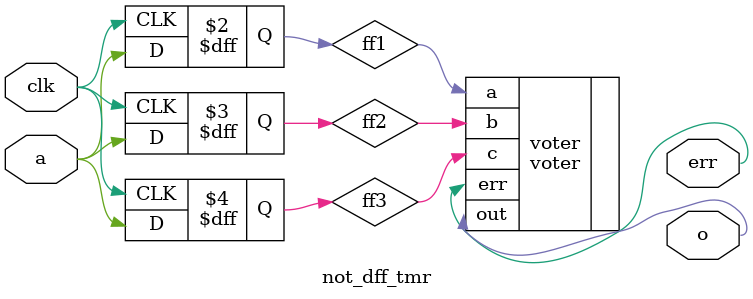
<source format=sv>
module not_dff_tmr(
    input logic a,
    input logic clk,
    output logic o,
    output logic err
);

logic ff1;
logic ff2;
logic ff3;

always_ff @(posedge clk) begin
    {ff1, ff2, ff3} <= {3{a}};
end

voter voter(
    .a(ff1),
    .b(ff2),
    .c(ff3),
    .out(o),
    .err(err)
);

endmodule

</source>
